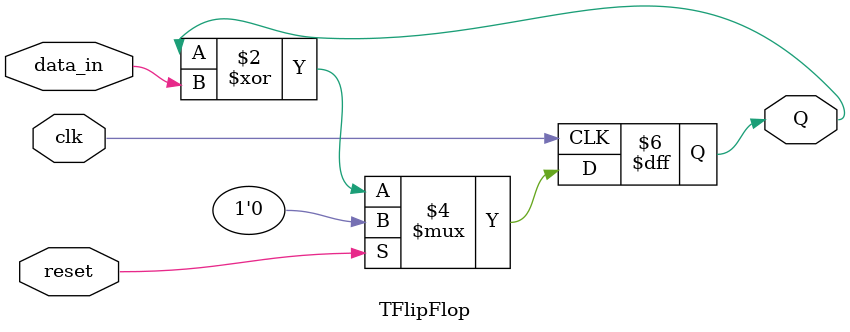
<source format=v>
module part1 (Clock, Enable, Reset, CounterValue);
	input Clock;
	input Enable;
	input Reset;
	output [7:0] CounterValue;
	
	wire [6:0]huangshengya;
	
	
	TFlipFlop a0(Enable, Clock, Reset, CounterValue[0]);
	assign huangshengya[0] = CounterValue[0] & Enable;
	
	TFlipFlop a1(huangshengya[0], Clock, Reset, CounterValue[1]);
	assign huangshengya[1] = CounterValue[1] & huangshengya[0];
	
	TFlipFlop a2(huangshengya[1], Clock, Reset, CounterValue[2]);
	assign huangshengya[2] = CounterValue[2] & huangshengya[1];
	
	TFlipFlop a3(huangshengya[2], Clock, Reset, CounterValue[3]);
	assign huangshengya[3] = CounterValue[3] & huangshengya[2];
	
	TFlipFlop a4(huangshengya[3], Clock, Reset, CounterValue[4]);
	assign huangshengya[4] = CounterValue[4] & huangshengya[3];
	
	TFlipFlop a5(huangshengya[4], Clock, Reset, CounterValue[5]);
	assign huangshengya[5] = CounterValue[5] & huangshengya[4];
	
	TFlipFlop a6(huangshengya[5], Clock, Reset, CounterValue[6]);
	assign huangshengya[6] = CounterValue[6] & huangshengya[5];
	
	TFlipFlop a7(huangshengya[6], Clock, Reset, CounterValue[7]);
	
endmodule

module TFlipFlop(data_in, clk,reset,Q);
	input clk;
	input reset; 
	input data_in;
	output reg Q;
	
	
	always@ (posedge clk)
		begin
			if (reset) Q <= 1'b 0 ;
			else Q <= Q^ data_in ;
		end
endmodule


//module TFlipFlop(T, clk, reset, Q);
//	input T;
//	input clk;
//	input reset;
//	output Q;
//	
//	DFlipFlop d(clk, reset, T ^ Q, Q);
//	
//endmodule

</source>
